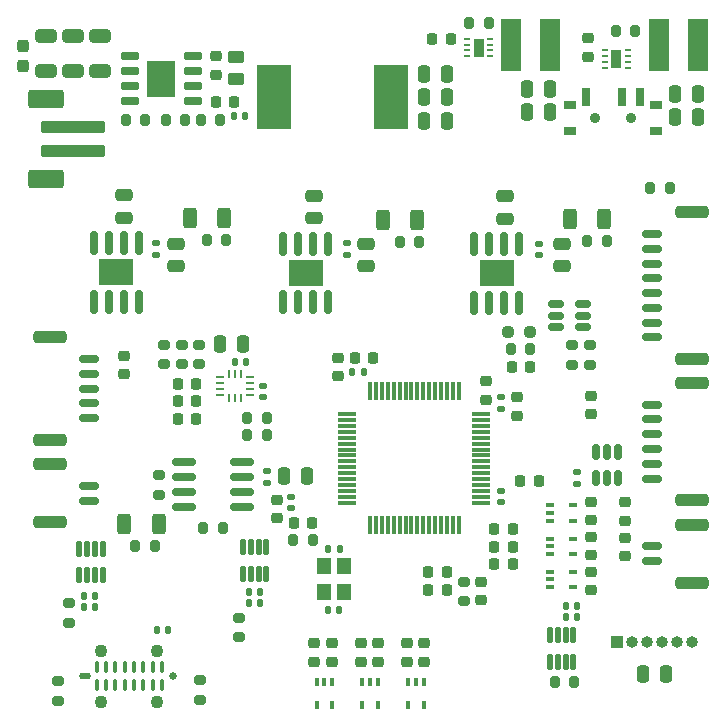
<source format=gbr>
%TF.GenerationSoftware,KiCad,Pcbnew,8.0.2*%
%TF.CreationDate,2025-04-21T15:08:20+02:00*%
%TF.ProjectId,logic,6c6f6769-632e-46b6-9963-61645f706362,rev?*%
%TF.SameCoordinates,Original*%
%TF.FileFunction,Soldermask,Top*%
%TF.FilePolarity,Negative*%
%FSLAX46Y46*%
G04 Gerber Fmt 4.6, Leading zero omitted, Abs format (unit mm)*
G04 Created by KiCad (PCBNEW 8.0.2) date 2025-04-21 15:08:20*
%MOMM*%
%LPD*%
G01*
G04 APERTURE LIST*
G04 Aperture macros list*
%AMRoundRect*
0 Rectangle with rounded corners*
0 $1 Rounding radius*
0 $2 $3 $4 $5 $6 $7 $8 $9 X,Y pos of 4 corners*
0 Add a 4 corners polygon primitive as box body*
4,1,4,$2,$3,$4,$5,$6,$7,$8,$9,$2,$3,0*
0 Add four circle primitives for the rounded corners*
1,1,$1+$1,$2,$3*
1,1,$1+$1,$4,$5*
1,1,$1+$1,$6,$7*
1,1,$1+$1,$8,$9*
0 Add four rect primitives between the rounded corners*
20,1,$1+$1,$2,$3,$4,$5,0*
20,1,$1+$1,$4,$5,$6,$7,0*
20,1,$1+$1,$6,$7,$8,$9,0*
20,1,$1+$1,$8,$9,$2,$3,0*%
G04 Aperture macros list end*
%ADD10RoundRect,0.237500X0.237500X-0.300000X0.237500X0.300000X-0.237500X0.300000X-0.237500X-0.300000X0*%
%ADD11RoundRect,0.225000X-0.250000X0.225000X-0.250000X-0.225000X0.250000X-0.225000X0.250000X0.225000X0*%
%ADD12RoundRect,0.200000X-0.200000X-0.275000X0.200000X-0.275000X0.200000X0.275000X-0.200000X0.275000X0*%
%ADD13RoundRect,0.200000X-0.275000X0.200000X-0.275000X-0.200000X0.275000X-0.200000X0.275000X0.200000X0*%
%ADD14RoundRect,0.225000X0.250000X-0.225000X0.250000X0.225000X-0.250000X0.225000X-0.250000X-0.225000X0*%
%ADD15RoundRect,0.150000X-0.512500X-0.150000X0.512500X-0.150000X0.512500X0.150000X-0.512500X0.150000X0*%
%ADD16RoundRect,0.140000X0.170000X-0.140000X0.170000X0.140000X-0.170000X0.140000X-0.170000X-0.140000X0*%
%ADD17RoundRect,0.225000X0.225000X0.250000X-0.225000X0.250000X-0.225000X-0.250000X0.225000X-0.250000X0*%
%ADD18RoundRect,0.140000X0.140000X0.170000X-0.140000X0.170000X-0.140000X-0.170000X0.140000X-0.170000X0*%
%ADD19RoundRect,0.150000X0.825000X0.150000X-0.825000X0.150000X-0.825000X-0.150000X0.825000X-0.150000X0*%
%ADD20RoundRect,0.125000X0.125000X-0.537500X0.125000X0.537500X-0.125000X0.537500X-0.125000X-0.537500X0*%
%ADD21RoundRect,0.200000X0.275000X-0.200000X0.275000X0.200000X-0.275000X0.200000X-0.275000X-0.200000X0*%
%ADD22R,1.000000X1.000000*%
%ADD23O,1.000000X1.000000*%
%ADD24RoundRect,0.125000X-0.125000X0.537500X-0.125000X-0.537500X0.125000X-0.537500X0.125000X0.537500X0*%
%ADD25RoundRect,0.218750X-0.218750X-0.256250X0.218750X-0.256250X0.218750X0.256250X-0.218750X0.256250X0*%
%ADD26RoundRect,0.200000X0.200000X0.275000X-0.200000X0.275000X-0.200000X-0.275000X0.200000X-0.275000X0*%
%ADD27RoundRect,0.250000X-0.475000X0.250000X-0.475000X-0.250000X0.475000X-0.250000X0.475000X0.250000X0*%
%ADD28RoundRect,0.150000X-0.150000X0.825000X-0.150000X-0.825000X0.150000X-0.825000X0.150000X0.825000X0*%
%ADD29R,3.000000X2.290000*%
%ADD30RoundRect,0.140000X-0.140000X-0.170000X0.140000X-0.170000X0.140000X0.170000X-0.140000X0.170000X0*%
%ADD31RoundRect,0.250000X0.450000X-0.262500X0.450000X0.262500X-0.450000X0.262500X-0.450000X-0.262500X0*%
%ADD32RoundRect,0.150000X-0.700000X0.150000X-0.700000X-0.150000X0.700000X-0.150000X0.700000X0.150000X0*%
%ADD33RoundRect,0.250000X-1.150000X0.250000X-1.150000X-0.250000X1.150000X-0.250000X1.150000X0.250000X0*%
%ADD34R,1.000000X0.800000*%
%ADD35C,0.900000*%
%ADD36R,0.700000X1.500000*%
%ADD37RoundRect,0.225000X-0.225000X-0.250000X0.225000X-0.250000X0.225000X0.250000X-0.225000X0.250000X0*%
%ADD38R,2.900000X5.400000*%
%ADD39RoundRect,0.100000X-0.100000X0.225000X-0.100000X-0.225000X0.100000X-0.225000X0.100000X0.225000X0*%
%ADD40RoundRect,0.250000X0.250000X0.475000X-0.250000X0.475000X-0.250000X-0.475000X0.250000X-0.475000X0*%
%ADD41RoundRect,0.250000X0.312500X0.625000X-0.312500X0.625000X-0.312500X-0.625000X0.312500X-0.625000X0*%
%ADD42RoundRect,0.237500X-0.250000X-0.237500X0.250000X-0.237500X0.250000X0.237500X-0.250000X0.237500X0*%
%ADD43RoundRect,0.150000X0.700000X-0.150000X0.700000X0.150000X-0.700000X0.150000X-0.700000X-0.150000X0*%
%ADD44RoundRect,0.250000X1.150000X-0.250000X1.150000X0.250000X-1.150000X0.250000X-1.150000X-0.250000X0*%
%ADD45R,0.675000X0.250000*%
%ADD46R,0.250000X0.675000*%
%ADD47RoundRect,0.250000X-0.250000X-0.475000X0.250000X-0.475000X0.250000X0.475000X-0.250000X0.475000X0*%
%ADD48RoundRect,0.062500X-0.187500X-0.062500X0.187500X-0.062500X0.187500X0.062500X-0.187500X0.062500X0*%
%ADD49R,0.900000X1.600000*%
%ADD50RoundRect,0.140000X-0.170000X0.140000X-0.170000X-0.140000X0.170000X-0.140000X0.170000X0.140000X0*%
%ADD51RoundRect,0.250000X0.475000X-0.250000X0.475000X0.250000X-0.475000X0.250000X-0.475000X-0.250000X0*%
%ADD52RoundRect,0.100000X-0.225000X-0.100000X0.225000X-0.100000X0.225000X0.100000X-0.225000X0.100000X0*%
%ADD53RoundRect,0.250000X-0.650000X0.325000X-0.650000X-0.325000X0.650000X-0.325000X0.650000X0.325000X0*%
%ADD54C,0.660000*%
%ADD55O,1.000000X0.580000*%
%ADD56RoundRect,0.075000X0.075000X0.425000X-0.075000X0.425000X-0.075000X-0.425000X0.075000X-0.425000X0*%
%ADD57C,1.100000*%
%ADD58R,1.750000X4.500000*%
%ADD59RoundRect,0.150000X-0.650000X-0.150000X0.650000X-0.150000X0.650000X0.150000X-0.650000X0.150000X0*%
%ADD60R,2.410000X3.100000*%
%ADD61RoundRect,0.250000X2.500000X-0.250000X2.500000X0.250000X-2.500000X0.250000X-2.500000X-0.250000X0*%
%ADD62RoundRect,0.250000X1.250000X-0.550000X1.250000X0.550000X-1.250000X0.550000X-1.250000X-0.550000X0*%
%ADD63RoundRect,0.075000X0.075000X-0.700000X0.075000X0.700000X-0.075000X0.700000X-0.075000X-0.700000X0*%
%ADD64RoundRect,0.075000X0.700000X-0.075000X0.700000X0.075000X-0.700000X0.075000X-0.700000X-0.075000X0*%
%ADD65R,1.200000X1.400000*%
%ADD66RoundRect,0.150000X0.150000X-0.512500X0.150000X0.512500X-0.150000X0.512500X-0.150000X-0.512500X0*%
G04 APERTURE END LIST*
D10*
%TO.C,C53*%
X116941600Y-102792700D03*
X116941600Y-101067700D03*
%TD*%
D11*
%TO.C,C17*%
X147006500Y-151675800D03*
X147006500Y-153225800D03*
%TD*%
D12*
%TO.C,R61*%
X154724600Y-99110800D03*
X156374600Y-99110800D03*
%TD*%
D13*
%TO.C,R1*%
X131927600Y-154800800D03*
X131927600Y-156450800D03*
%TD*%
D11*
%TO.C,C104*%
X138430000Y-139534600D03*
X138430000Y-141084600D03*
%TD*%
D12*
%TO.C,R62*%
X167119800Y-99796600D03*
X168769800Y-99796600D03*
%TD*%
D11*
%TO.C,C71*%
X164820600Y-100444000D03*
X164820600Y-101994000D03*
%TD*%
D14*
%TO.C,C9*%
X125501400Y-128854200D03*
X125501400Y-127304200D03*
%TD*%
D15*
%TO.C,U19*%
X162102800Y-122976600D03*
X162102800Y-123926600D03*
X162102800Y-124876600D03*
X164377800Y-124876600D03*
X164377800Y-123926600D03*
X164377800Y-122976600D03*
%TD*%
D16*
%TO.C,C52*%
X144348200Y-118778000D03*
X144348200Y-117818000D03*
%TD*%
D17*
%TO.C,C50*%
X141451200Y-141455000D03*
X139901200Y-141455000D03*
%TD*%
D18*
%TO.C,C10*%
X143761400Y-143687800D03*
X142801400Y-143687800D03*
%TD*%
D11*
%TO.C,C15n2*%
X149428200Y-151675800D03*
X149428200Y-153225800D03*
%TD*%
D19*
%TO.C,U9*%
X135494800Y-140168400D03*
X135494800Y-138898400D03*
X135494800Y-137628400D03*
X135494800Y-136358400D03*
X130544800Y-136358400D03*
X130544800Y-137628400D03*
X130544800Y-138898400D03*
X130544800Y-140168400D03*
%TD*%
D20*
%TO.C,U5*%
X161609200Y-153232700D03*
X162259200Y-153232700D03*
X162909200Y-153232700D03*
X163559200Y-153232700D03*
X163559200Y-150957700D03*
X162909200Y-150957700D03*
X162259200Y-150957700D03*
X161609200Y-150957700D03*
%TD*%
D21*
%TO.C,R2*%
X119938800Y-156527000D03*
X119938800Y-154877000D03*
%TD*%
D17*
%TO.C,C95*%
X158407400Y-144957800D03*
X156857400Y-144957800D03*
%TD*%
D22*
%TO.C,J23*%
X167233600Y-151536400D03*
D23*
X168503600Y-151536400D03*
X169773600Y-151536400D03*
X171043600Y-151536400D03*
X172313600Y-151536400D03*
X173583600Y-151536400D03*
%TD*%
D24*
%TO.C,U4*%
X137550800Y-143540900D03*
X136900800Y-143540900D03*
X136250800Y-143540900D03*
X135600800Y-143540900D03*
X135600800Y-145815900D03*
X136250800Y-145815900D03*
X136900800Y-145815900D03*
X137550800Y-145815900D03*
%TD*%
D12*
%TO.C,R59*%
X125641600Y-107327400D03*
X127291600Y-107327400D03*
%TD*%
D25*
%TO.C,D2*%
X130047900Y-131191000D03*
X131622900Y-131191000D03*
%TD*%
D26*
%TO.C,R57*%
X133641600Y-107341600D03*
X131991600Y-107341600D03*
%TD*%
D16*
%TO.C,C6*%
X157429200Y-131795400D03*
X157429200Y-130835400D03*
%TD*%
D17*
%TO.C,C103*%
X160617200Y-137922000D03*
X159067200Y-137922000D03*
%TD*%
D27*
%TO.C,C58*%
X141568400Y-113781800D03*
X141568400Y-115681800D03*
%TD*%
D28*
%TO.C,U15*%
X158978600Y-117870200D03*
X157708600Y-117870200D03*
X156438600Y-117870200D03*
X155168600Y-117870200D03*
X155168600Y-122820200D03*
X156438600Y-122820200D03*
X157708600Y-122820200D03*
X158978600Y-122820200D03*
D29*
X157073600Y-120345200D03*
%TD*%
D30*
%TO.C,C22*%
X136092000Y-147345400D03*
X137052000Y-147345400D03*
%TD*%
D13*
%TO.C,R40*%
X154279600Y-146444200D03*
X154279600Y-148094200D03*
%TD*%
D26*
%TO.C,R41*%
X141490200Y-142951200D03*
X139840200Y-142951200D03*
%TD*%
%TO.C,R60*%
X130669800Y-107341600D03*
X129019800Y-107341600D03*
%TD*%
D31*
%TO.C,R58*%
X135026400Y-103859900D03*
X135026400Y-102034900D03*
%TD*%
D32*
%TO.C,J14*%
X170211200Y-143469200D03*
X170211200Y-144719200D03*
D33*
X173561200Y-141619200D03*
X173561200Y-146569200D03*
%TD*%
D34*
%TO.C,J3*%
X163253400Y-106085400D03*
X163253400Y-108295400D03*
D35*
X165403400Y-107195400D03*
X168403400Y-107195400D03*
D34*
X170553400Y-106085400D03*
X170553400Y-108295400D03*
D36*
X164653400Y-105435400D03*
X167653400Y-105435400D03*
X169153400Y-105435400D03*
%TD*%
D18*
%TO.C,C23*%
X163878200Y-149479000D03*
X162918200Y-149479000D03*
%TD*%
D26*
%TO.C,R11*%
X163613600Y-154914600D03*
X161963600Y-154914600D03*
%TD*%
D37*
%TO.C,C12*%
X151269400Y-145643600D03*
X152819400Y-145643600D03*
%TD*%
D38*
%TO.C,L1*%
X138204400Y-105435400D03*
X148104400Y-105435400D03*
%TD*%
D11*
%TO.C,C60*%
X133324600Y-101980400D03*
X133324600Y-103530400D03*
%TD*%
D27*
%TO.C,C89*%
X157747400Y-113807200D03*
X157747400Y-115707200D03*
%TD*%
D39*
%TO.C,U12*%
X150878900Y-154980600D03*
X150228900Y-154980600D03*
X149578900Y-154980600D03*
X149578900Y-156880600D03*
X150878900Y-156880600D03*
%TD*%
D13*
%TO.C,R9*%
X128879600Y-126391400D03*
X128879600Y-128041400D03*
%TD*%
D12*
%TO.C,R17*%
X135954000Y-134035800D03*
X137604000Y-134035800D03*
%TD*%
D40*
%TO.C,C66*%
X152816600Y-105435400D03*
X150916600Y-105435400D03*
%TD*%
D12*
%TO.C,R16*%
X135954000Y-132562600D03*
X137604000Y-132562600D03*
%TD*%
D30*
%TO.C,C11*%
X142764200Y-148877200D03*
X143724200Y-148877200D03*
%TD*%
D41*
%TO.C,R55*%
X128437100Y-141528800D03*
X125512100Y-141528800D03*
%TD*%
D42*
%TO.C,R39*%
X158015300Y-125298200D03*
X159840300Y-125298200D03*
%TD*%
D13*
%TO.C,R10*%
X135279200Y-149492200D03*
X135279200Y-151142200D03*
%TD*%
D43*
%TO.C,J16*%
X122549200Y-132598800D03*
X122549200Y-131348800D03*
X122549200Y-130098800D03*
X122549200Y-128848800D03*
X122549200Y-127598800D03*
D44*
X119199200Y-134448800D03*
X119199200Y-125748800D03*
%TD*%
D45*
%TO.C,U20*%
X136187300Y-130645600D03*
X136187300Y-130145600D03*
X136187300Y-129645600D03*
X136187300Y-129145600D03*
D46*
X135424800Y-128883100D03*
X134924800Y-128883100D03*
X134424800Y-128883100D03*
D45*
X133662300Y-129145600D03*
X133662300Y-129645600D03*
X133662300Y-130145600D03*
X133662300Y-130645600D03*
D46*
X134424800Y-130908100D03*
X134924800Y-130908100D03*
X135424800Y-130908100D03*
%TD*%
D12*
%TO.C,R46*%
X148857200Y-117729000D03*
X150507200Y-117729000D03*
%TD*%
D40*
%TO.C,C91*%
X140954800Y-137515600D03*
X139054800Y-137515600D03*
%TD*%
D18*
%TO.C,C100*%
X129258000Y-150545800D03*
X128298000Y-150545800D03*
%TD*%
D47*
%TO.C,C73*%
X172166200Y-107111800D03*
X174066200Y-107111800D03*
%TD*%
D48*
%TO.C,U8*%
X166248000Y-101446200D03*
X166248000Y-101946200D03*
X166248000Y-102446200D03*
X166248000Y-102946200D03*
X168148000Y-102946200D03*
X168148000Y-102446200D03*
X168148000Y-101946200D03*
X168148000Y-101446200D03*
D49*
X167198000Y-102196200D03*
%TD*%
D11*
%TO.C,C101*%
X143586200Y-127495000D03*
X143586200Y-129045000D03*
%TD*%
%TO.C,C4*%
X167919400Y-139737800D03*
X167919400Y-141287800D03*
%TD*%
%TO.C,C15n1*%
X145542000Y-151675800D03*
X145542000Y-153225800D03*
%TD*%
D16*
%TO.C,C90*%
X160680400Y-118818600D03*
X160680400Y-117858600D03*
%TD*%
D50*
%TO.C,C7*%
X157429200Y-138762800D03*
X157429200Y-139722800D03*
%TD*%
D14*
%TO.C,C99*%
X165074600Y-141237000D03*
X165074600Y-139687000D03*
%TD*%
D51*
%TO.C,C56*%
X129921000Y-119720400D03*
X129921000Y-117820400D03*
%TD*%
D13*
%TO.C,R8*%
X130378200Y-126391400D03*
X130378200Y-128041400D03*
%TD*%
D11*
%TO.C,C18*%
X150890700Y-151675800D03*
X150890700Y-153225800D03*
%TD*%
D52*
%TO.C,U18*%
X161610000Y-145615300D03*
X161610000Y-146265300D03*
X161610000Y-146915300D03*
X163510000Y-146915300D03*
X163510000Y-145615300D03*
%TD*%
D53*
%TO.C,C62*%
X121186200Y-100226600D03*
X121186200Y-103176600D03*
%TD*%
D18*
%TO.C,C5*%
X145790800Y-128727200D03*
X144830800Y-128727200D03*
%TD*%
D14*
%TO.C,C98*%
X165074600Y-147180600D03*
X165074600Y-145630600D03*
%TD*%
D54*
%TO.C,J2*%
X129677000Y-154455400D03*
D55*
X122177000Y-154455400D03*
D56*
X128707000Y-155215400D03*
X127917000Y-155215400D03*
X127127000Y-155215400D03*
X126337000Y-155215400D03*
X125547000Y-155215400D03*
X124757000Y-155215400D03*
X123967000Y-155215400D03*
X123177000Y-155215400D03*
X123177000Y-153695400D03*
X123967000Y-153695400D03*
X124757000Y-153695400D03*
X125547000Y-153695400D03*
X126337000Y-153695400D03*
X127127000Y-153695400D03*
X127917000Y-153695400D03*
X128707000Y-153695400D03*
D57*
X128327000Y-156605400D03*
X128327000Y-152305400D03*
X123527000Y-156605400D03*
X123527000Y-152305400D03*
%TD*%
D52*
%TO.C,U17*%
X161610000Y-142809200D03*
X161610000Y-143459200D03*
X161610000Y-144109200D03*
X163510000Y-144109200D03*
X163510000Y-142809200D03*
%TD*%
D11*
%TO.C,C15n3*%
X141630400Y-151675800D03*
X141630400Y-153225800D03*
%TD*%
D58*
%TO.C,L2*%
X158293400Y-101041200D03*
X161543400Y-101041200D03*
%TD*%
D16*
%TO.C,C57*%
X128244600Y-118767800D03*
X128244600Y-117807800D03*
%TD*%
D12*
%TO.C,R56*%
X126467600Y-143408400D03*
X128117600Y-143408400D03*
%TD*%
D17*
%TO.C,C51*%
X159880600Y-128270000D03*
X158330600Y-128270000D03*
%TD*%
D41*
%TO.C,R43*%
X150331900Y-115849400D03*
X147406900Y-115849400D03*
%TD*%
D25*
%TO.C,D1*%
X130047900Y-129717800D03*
X131622900Y-129717800D03*
%TD*%
D59*
%TO.C,U6*%
X126026400Y-101982200D03*
X126026400Y-103252200D03*
X126026400Y-104522200D03*
X126026400Y-105792200D03*
X131326400Y-105792200D03*
X131326400Y-104522200D03*
X131326400Y-103252200D03*
X131326400Y-101982200D03*
D60*
X128676400Y-103887200D03*
%TD*%
D30*
%TO.C,C21*%
X136092000Y-148285200D03*
X137052000Y-148285200D03*
%TD*%
D16*
%TO.C,C8*%
X139674600Y-140230800D03*
X139674600Y-139270800D03*
%TD*%
D12*
%TO.C,R47*%
X164706800Y-117627400D03*
X166356800Y-117627400D03*
%TD*%
D61*
%TO.C,J24*%
X121183400Y-109975400D03*
X121183400Y-107975400D03*
D62*
X118933400Y-112375400D03*
X118933400Y-105575400D03*
%TD*%
D11*
%TO.C,C102*%
X156133800Y-129501600D03*
X156133800Y-131051600D03*
%TD*%
D30*
%TO.C,C19*%
X122125800Y-147650200D03*
X123085800Y-147650200D03*
%TD*%
D58*
%TO.C,L3*%
X170815600Y-101041200D03*
X174065600Y-101041200D03*
%TD*%
D52*
%TO.C,U16*%
X161610000Y-139989800D03*
X161610000Y-140639800D03*
X161610000Y-141289800D03*
X163510000Y-141289800D03*
X163510000Y-139989800D03*
%TD*%
D43*
%TO.C,J1*%
X122574600Y-139588400D03*
X122574600Y-138338400D03*
D44*
X119224600Y-141438400D03*
X119224600Y-136488400D03*
%TD*%
D37*
%TO.C,C68*%
X151599600Y-100507800D03*
X153149600Y-100507800D03*
%TD*%
%TO.C,C14*%
X145046400Y-127533400D03*
X146596400Y-127533400D03*
%TD*%
D53*
%TO.C,C61*%
X123494800Y-100226600D03*
X123494800Y-103176600D03*
%TD*%
D12*
%TO.C,R48*%
X132499600Y-117525800D03*
X134149600Y-117525800D03*
%TD*%
D50*
%TO.C,C1*%
X163880800Y-137188000D03*
X163880800Y-138148000D03*
%TD*%
D26*
%TO.C,R42*%
X159918400Y-126771400D03*
X158268400Y-126771400D03*
%TD*%
D16*
%TO.C,C74*%
X137591800Y-138071800D03*
X137591800Y-137111800D03*
%TD*%
D14*
%TO.C,C97*%
X165074600Y-144208800D03*
X165074600Y-142658800D03*
%TD*%
D37*
%TO.C,C13*%
X151269400Y-147142200D03*
X152819400Y-147142200D03*
%TD*%
D21*
%TO.C,R63*%
X128498600Y-139102600D03*
X128498600Y-137452600D03*
%TD*%
D51*
%TO.C,C55*%
X146024600Y-119730600D03*
X146024600Y-117830600D03*
%TD*%
D40*
%TO.C,C88*%
X152816600Y-103454200D03*
X150916600Y-103454200D03*
%TD*%
D28*
%TO.C,U13*%
X126746000Y-117794000D03*
X125476000Y-117794000D03*
X124206000Y-117794000D03*
X122936000Y-117794000D03*
X122936000Y-122744000D03*
X124206000Y-122744000D03*
X125476000Y-122744000D03*
X126746000Y-122744000D03*
D29*
X124841000Y-120269000D03*
%TD*%
D24*
%TO.C,U3*%
X123682400Y-143642500D03*
X123032400Y-143642500D03*
X122382400Y-143642500D03*
X121732400Y-143642500D03*
X121732400Y-145917500D03*
X122382400Y-145917500D03*
X123032400Y-145917500D03*
X123682400Y-145917500D03*
%TD*%
D18*
%TO.C,C64*%
X135785800Y-107048000D03*
X134825800Y-107048000D03*
%TD*%
D63*
%TO.C,U2*%
X146338600Y-141692000D03*
X146838600Y-141692000D03*
X147338600Y-141692000D03*
X147838600Y-141692000D03*
X148338600Y-141692000D03*
X148838600Y-141692000D03*
X149338600Y-141692000D03*
X149838600Y-141692000D03*
X150338600Y-141692000D03*
X150838600Y-141692000D03*
X151338600Y-141692000D03*
X151838600Y-141692000D03*
X152338600Y-141692000D03*
X152838600Y-141692000D03*
X153338600Y-141692000D03*
X153838600Y-141692000D03*
D64*
X155763600Y-139767000D03*
X155763600Y-139267000D03*
X155763600Y-138767000D03*
X155763600Y-138267000D03*
X155763600Y-137767000D03*
X155763600Y-137267000D03*
X155763600Y-136767000D03*
X155763600Y-136267000D03*
X155763600Y-135767000D03*
X155763600Y-135267000D03*
X155763600Y-134767000D03*
X155763600Y-134267000D03*
X155763600Y-133767000D03*
X155763600Y-133267000D03*
X155763600Y-132767000D03*
X155763600Y-132267000D03*
D63*
X153838600Y-130342000D03*
X153338600Y-130342000D03*
X152838600Y-130342000D03*
X152338600Y-130342000D03*
X151838600Y-130342000D03*
X151338600Y-130342000D03*
X150838600Y-130342000D03*
X150338600Y-130342000D03*
X149838600Y-130342000D03*
X149338600Y-130342000D03*
X148838600Y-130342000D03*
X148338600Y-130342000D03*
X147838600Y-130342000D03*
X147338600Y-130342000D03*
X146838600Y-130342000D03*
X146338600Y-130342000D03*
D64*
X144413600Y-132267000D03*
X144413600Y-132767000D03*
X144413600Y-133267000D03*
X144413600Y-133767000D03*
X144413600Y-134267000D03*
X144413600Y-134767000D03*
X144413600Y-135267000D03*
X144413600Y-135767000D03*
X144413600Y-136267000D03*
X144413600Y-136767000D03*
X144413600Y-137267000D03*
X144413600Y-137767000D03*
X144413600Y-138267000D03*
X144413600Y-138767000D03*
X144413600Y-139267000D03*
X144413600Y-139767000D03*
%TD*%
D11*
%TO.C,C3*%
X167919400Y-142722600D03*
X167919400Y-144272600D03*
%TD*%
%TO.C,C15*%
X158750000Y-130847800D03*
X158750000Y-132397800D03*
%TD*%
D28*
%TO.C,U14*%
X142787600Y-117844800D03*
X141517600Y-117844800D03*
X140247600Y-117844800D03*
X138977600Y-117844800D03*
X138977600Y-122794800D03*
X140247600Y-122794800D03*
X141517600Y-122794800D03*
X142787600Y-122794800D03*
D29*
X140882600Y-120319800D03*
%TD*%
D41*
%TO.C,R44*%
X166181500Y-115722400D03*
X163256500Y-115722400D03*
%TD*%
D12*
%TO.C,R64*%
X132220200Y-141884400D03*
X133870200Y-141884400D03*
%TD*%
D39*
%TO.C,U11*%
X146991400Y-154980600D03*
X146341400Y-154980600D03*
X145691400Y-154980600D03*
X145691400Y-156880600D03*
X146991400Y-156880600D03*
%TD*%
D17*
%TO.C,C94*%
X158407400Y-143484600D03*
X156857400Y-143484600D03*
%TD*%
D65*
%TO.C,Y1*%
X142406000Y-145153200D03*
X142406000Y-147353200D03*
X144106000Y-147353200D03*
X144106000Y-145153200D03*
%TD*%
D41*
%TO.C,R45*%
X133974300Y-115620800D03*
X131049300Y-115620800D03*
%TD*%
D16*
%TO.C,C93*%
X137261600Y-130810000D03*
X137261600Y-129850000D03*
%TD*%
D40*
%TO.C,C87*%
X135544600Y-126365000D03*
X133644600Y-126365000D03*
%TD*%
D37*
%TO.C,C67*%
X133260800Y-105803400D03*
X134810800Y-105803400D03*
%TD*%
D25*
%TO.C,D3*%
X130047900Y-132664200D03*
X131622900Y-132664200D03*
%TD*%
D53*
%TO.C,C63*%
X118874800Y-100226600D03*
X118874800Y-103176600D03*
%TD*%
D47*
%TO.C,C70*%
X159644000Y-106692800D03*
X161544000Y-106692800D03*
%TD*%
D18*
%TO.C,C92*%
X135862000Y-127812800D03*
X134902000Y-127812800D03*
%TD*%
D11*
%TO.C,C49*%
X155752800Y-146494200D03*
X155752800Y-148044200D03*
%TD*%
D17*
%TO.C,C96*%
X158407400Y-142011400D03*
X156857400Y-142011400D03*
%TD*%
D51*
%TO.C,C54*%
X162560000Y-119745800D03*
X162560000Y-117845800D03*
%TD*%
D11*
%TO.C,C16*%
X143103600Y-151675800D03*
X143103600Y-153225800D03*
%TD*%
D18*
%TO.C,C24*%
X163878200Y-148525000D03*
X162918200Y-148525000D03*
%TD*%
D21*
%TO.C,R18*%
X163462200Y-128104400D03*
X163462200Y-126454400D03*
%TD*%
D40*
%TO.C,C65*%
X152816600Y-107416600D03*
X150916600Y-107416600D03*
%TD*%
D32*
%TO.C,J10*%
X170211200Y-131469600D03*
X170211200Y-132719600D03*
X170211200Y-133969600D03*
X170211200Y-135219600D03*
X170211200Y-136469600D03*
X170211200Y-137719600D03*
D33*
X173561200Y-129619600D03*
X173561200Y-139569600D03*
%TD*%
D48*
%TO.C,U7*%
X154574200Y-100475400D03*
X154574200Y-100975400D03*
X154574200Y-101475400D03*
X154574200Y-101975400D03*
X156474200Y-101975400D03*
X156474200Y-101475400D03*
X156474200Y-100975400D03*
X156474200Y-100475400D03*
D49*
X155524200Y-101225400D03*
%TD*%
D27*
%TO.C,C59*%
X125526800Y-113731000D03*
X125526800Y-115631000D03*
%TD*%
D14*
%TO.C,C2*%
X165049200Y-132270800D03*
X165049200Y-130720800D03*
%TD*%
D47*
%TO.C,C75*%
X169458600Y-154254200D03*
X171358600Y-154254200D03*
%TD*%
D39*
%TO.C,U10*%
X143106500Y-154980600D03*
X142456500Y-154980600D03*
X141806500Y-154980600D03*
X141806500Y-156880600D03*
X143106500Y-156880600D03*
%TD*%
D13*
%TO.C,R12*%
X120878600Y-148273000D03*
X120878600Y-149923000D03*
%TD*%
D66*
%TO.C,U1*%
X165456700Y-137713300D03*
X166406700Y-137713300D03*
X167356700Y-137713300D03*
X167356700Y-135438300D03*
X166406700Y-135438300D03*
X165456700Y-135438300D03*
%TD*%
D13*
%TO.C,R7*%
X131851400Y-126391400D03*
X131851400Y-128041400D03*
%TD*%
D30*
%TO.C,C20*%
X122125800Y-148590000D03*
X123085800Y-148590000D03*
%TD*%
D12*
%TO.C,R20*%
X170066200Y-113157000D03*
X171716200Y-113157000D03*
%TD*%
D47*
%TO.C,C72*%
X172166200Y-105130600D03*
X174066200Y-105130600D03*
%TD*%
D32*
%TO.C,J15*%
X170208200Y-117013600D03*
X170208200Y-118263600D03*
X170208200Y-119513600D03*
X170208200Y-120763600D03*
X170208200Y-122013600D03*
X170208200Y-123263600D03*
X170208200Y-124513600D03*
X170208200Y-125763600D03*
D33*
X173558200Y-115163600D03*
X173558200Y-127613600D03*
%TD*%
D47*
%TO.C,C69*%
X159644000Y-104724200D03*
X161544000Y-104724200D03*
%TD*%
D21*
%TO.C,R19*%
X164986200Y-128104400D03*
X164986200Y-126454400D03*
%TD*%
M02*

</source>
